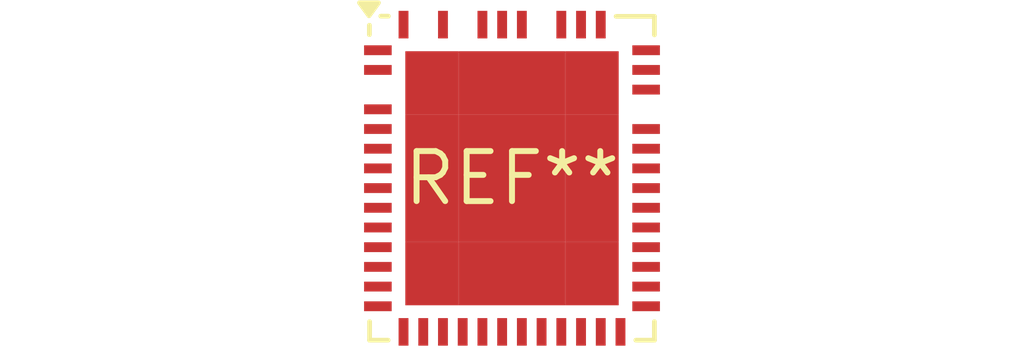
<source format=kicad_pcb>
(kicad_pcb (version 20240108) (generator pcbnew)
  (layers (0 "F.Cu" signal) (31 "B.Cu" signal) (34 "B.Paste" user) (35 "F.Paste" user) (36 "B.SilkS" user "B.Silkscreen") (37 "F.SilkS" user "F.Silkscreen") (38 "B.Mask" user) (39 "F.Mask" user) (44 "Edge.Cuts" user))
  (net 0 "")
  (footprint "Linear_UGK52_QFN-46-52" (layer "F.Cu") (at 0 0)
    (property "Reference" "REF**")
    (property "Value" "Linear_UGK52_QFN-46-52")
    (fp_line (start -3.615 -3.885) (end -3.615 -3.645) (layer "F.SilkS") (stroke (width 0.12)))
    (fp_line (start -3.61 4.11) (end -3.61 3.64) (layer "F.SilkS") (stroke (width 0.12)))
    (fp_line (start -3.61 4.11) (end -3.14 4.11) (layer "F.SilkS") (stroke (width 0.12)))
    (fp_line (start -3.135 -4.115) (end -3.325 -4.115) (layer "F.SilkS") (stroke (width 0.12)))
    (fp_line (start 3.61 -4.11) (end 2.64 -4.11) (layer "F.SilkS") (stroke (width 0.12)))
    (fp_line (start 3.61 -4.11) (end 3.61 -3.64) (layer "F.SilkS") (stroke (width 0.12)))
    (fp_line (start 3.61 4.11) (end 3.14 4.11) (layer "F.SilkS") (stroke (width 0.12)))
    (fp_line (start 3.61 4.11) (end 3.61 3.64) (layer "F.SilkS") (stroke (width 0.12)))
    (fp_poly (pts (xy -3.625 -4.125) (xy -3.865 -4.455) (xy -3.385 -4.455) (xy -3.625 -4.125)) (layer "F.SilkS") (stroke (width 0.12)) (fill solid))
    (pad "1" smd rect (at -3.4 -3.25) (size 0.7 0.25) (layers "F.Cu" "F.Paste" "F.Mask"))
    (pad "2" smd rect (at -3.4 -2.75) (size 0.7 0.25) (layers "F.Cu" "F.Paste" "F.Mask"))
    (pad "4" smd rect (at -3.4 -1.75) (size 0.7 0.25) (layers "F.Cu" "F.Paste" "F.Mask"))
    (pad "5" smd rect (at -3.4 -1.25) (size 0.7 0.25) (layers "F.Cu" "F.Paste" "F.Mask"))
    (pad "6" smd rect (at -3.4 -0.75) (size 0.7 0.25) (layers "F.Cu" "F.Paste" "F.Mask"))
    (pad "7" smd rect (at -3.4 -0.25) (size 0.7 0.25) (layers "F.Cu" "F.Paste" "F.Mask"))
    (pad "8" smd rect (at -3.4 0.25) (size 0.7 0.25) (layers "F.Cu" "F.Paste" "F.Mask"))
    (pad "9" smd rect (at -3.4 0.75) (size 0.7 0.25) (layers "F.Cu" "F.Paste" "F.Mask"))
    (pad "10" smd rect (at -3.4 1.25) (size 0.7 0.25) (layers "F.Cu" "F.Paste" "F.Mask"))
    (pad "11" smd rect (at -3.4 1.75) (size 0.7 0.25) (layers "F.Cu" "F.Paste" "F.Mask"))
    (pad "12" smd rect (at -3.4 2.25) (size 0.7 0.25) (layers "F.Cu" "F.Paste" "F.Mask"))
    (pad "13" smd rect (at -3.4 2.75) (size 0.7 0.25) (layers "F.Cu" "F.Paste" "F.Mask"))
    (pad "14" smd rect (at -3.4 3.25) (size 0.7 0.25) (layers "F.Cu" "F.Paste" "F.Mask"))
    (pad "15" smd rect (at -2.75 3.9 90) (size 0.7 0.25) (layers "F.Cu" "F.Paste" "F.Mask"))
    (pad "16" smd rect (at -2.25 3.9 90) (size 0.7 0.25) (layers "F.Cu" "F.Paste" "F.Mask"))
    (pad "17" smd rect (at -1.75 3.9 90) (size 0.7 0.25) (layers "F.Cu" "F.Paste" "F.Mask"))
    (pad "18" smd rect (at -1.25 3.9 90) (size 0.7 0.25) (layers "F.Cu" "F.Paste" "F.Mask"))
    (pad "19" smd rect (at -0.75 3.9 90) (size 0.7 0.25) (layers "F.Cu" "F.Paste" "F.Mask"))
    (pad "20" smd rect (at -0.25 3.9 90) (size 0.7 0.25) (layers "F.Cu" "F.Paste" "F.Mask"))
    (pad "21" smd rect (at 0.25 3.9 90) (size 0.7 0.25) (layers "F.Cu" "F.Paste" "F.Mask"))
    (pad "22" smd rect (at 0.75 3.9 90) (size 0.7 0.25) (layers "F.Cu" "F.Paste" "F.Mask"))
    (pad "23" smd rect (at 1.25 3.9 90) (size 0.7 0.25) (layers "F.Cu" "F.Paste" "F.Mask"))
    (pad "24" smd rect (at 1.75 3.9 90) (size 0.7 0.25) (layers "F.Cu" "F.Paste" "F.Mask"))
    (pad "25" smd rect (at 2.25 3.9 90) (size 0.7 0.25) (layers "F.Cu" "F.Paste" "F.Mask"))
    (pad "26" smd rect (at 2.75 3.9 90) (size 0.7 0.25) (layers "F.Cu" "F.Paste" "F.Mask"))
    (pad "27" smd rect (at 3.4 3.25) (size 0.7 0.25) (layers "F.Cu" "F.Paste" "F.Mask"))
    (pad "28" smd rect (at 3.4 2.75) (size 0.7 0.25) (layers "F.Cu" "F.Paste" "F.Mask"))
    (pad "29" smd rect (at 3.4 2.25) (size 0.7 0.25) (layers "F.Cu" "F.Paste" "F.Mask"))
    (pad "30" smd rect (at 3.4 1.75) (size 0.7 0.25) (layers "F.Cu" "F.Paste" "F.Mask"))
    (pad "31" smd rect (at 3.4 1.25) (size 0.7 0.25) (layers "F.Cu" "F.Paste" "F.Mask"))
    (pad "32" smd rect (at 3.4 0.75) (size 0.7 0.25) (layers "F.Cu" "F.Paste" "F.Mask"))
    (pad "33" smd rect (at 3.4 0.25) (size 0.7 0.25) (layers "F.Cu" "F.Paste" "F.Mask"))
    (pad "34" smd rect (at 3.4 -0.25) (size 0.7 0.25) (layers "F.Cu" "F.Paste" "F.Mask"))
    (pad "35" smd rect (at 3.4 -0.75) (size 0.7 0.25) (layers "F.Cu" "F.Paste" "F.Mask"))
    (pad "36" smd rect (at 3.4 -1.25) (size 0.7 0.25) (layers "F.Cu" "F.Paste" "F.Mask"))
    (pad "38" smd rect (at 3.4 -2.25) (size 0.7 0.25) (layers "F.Cu" "F.Paste" "F.Mask"))
    (pad "39" smd rect (at 3.4 -2.75) (size 0.7 0.25) (layers "F.Cu" "F.Paste" "F.Mask"))
    (pad "40" smd rect (at 3.4 -3.25) (size 0.7 0.25) (layers "F.Cu" "F.Paste" "F.Mask"))
    (pad "42" smd rect (at 2.25 -3.9 90) (size 0.7 0.25) (layers "F.Cu" "F.Paste" "F.Mask"))
    (pad "43" smd rect (at 1.75 -3.9 90) (size 0.7 0.25) (layers "F.Cu" "F.Paste" "F.Mask"))
    (pad "44" smd rect (at 1.25 -3.9 90) (size 0.7 0.25) (layers "F.Cu" "F.Paste" "F.Mask"))
    (pad "46" smd rect (at 0.25 -3.9 90) (size 0.7 0.25) (layers "F.Cu" "F.Paste" "F.Mask"))
    (pad "47" smd rect (at -0.25 -3.9 90) (size 0.7 0.25) (layers "F.Cu" "F.Paste" "F.Mask"))
    (pad "48" smd rect (at -0.75 -3.9 90) (size 0.7 0.25) (layers "F.Cu" "F.Paste" "F.Mask"))
    (pad "50" smd rect (at -1.75 -3.9 90) (size 0.7 0.25) (layers "F.Cu" "F.Paste" "F.Mask"))
    (pad "52" smd rect (at -2.75 -3.9 90) (size 0.7 0.25) (layers "F.Cu" "F.Paste" "F.Mask"))
    (pad "53" smd rect (at -2.02875 -2.41875) (size 1.3525 1.6125) (layers "F.Cu" "F.Paste" "F.Mask"))
    (pad "53" smd rect (at -2.02875 -0.80625) (size 1.3525 1.6125) (layers "F.Cu" "F.Paste" "F.Mask"))
    (pad "53" smd rect (at -2.02875 0.80625) (size 1.3525 1.6125) (layers "F.Cu" "F.Paste" "F.Mask"))
    (pad "53" smd rect (at -2.02875 2.41875) (size 1.3525 1.6125) (layers "F.Cu" "F.Paste" "F.Mask"))
    (pad "53" smd rect (at -0.67625 -2.41875) (size 1.3525 1.6125) (layers "F.Cu" "F.Paste" "F.Mask"))
    (pad "53" smd rect (at -0.67625 -0.80625) (size 1.3525 1.6125) (layers "F.Cu" "F.Paste" "F.Mask"))
    (pad "53" smd rect (at -0.67625 0.80625) (size 1.3525 1.6125) (layers "F.Cu" "F.Paste" "F.Mask"))
    (pad "53" smd rect (at -0.67625 2.41875) (size 1.3525 1.6125) (layers "F.Cu" "F.Paste" "F.Mask"))
    (pad "53" smd rect (at 0.67625 -2.41875) (size 1.3525 1.6125) (layers "F.Cu" "F.Paste" "F.Mask"))
    (pad "53" smd rect (at 0.67625 -0.80625) (size 1.3525 1.6125) (layers "F.Cu" "F.Paste" "F.Mask"))
    (pad "53" smd rect (at 0.67625 0.80625) (size 1.3525 1.6125) (layers "F.Cu" "F.Paste" "F.Mask"))
    (pad "53" smd rect (at 0.67625 2.41875) (size 1.3525 1.6125) (layers "F.Cu" "F.Paste" "F.Mask"))
    (pad "53" smd rect (at 2.02875 -2.41875) (size 1.3525 1.6125) (layers "F.Cu" "F.Paste" "F.Mask"))
    (pad "53" smd rect (at 2.02875 -0.80625) (size 1.3525 1.6125) (layers "F.Cu" "F.Paste" "F.Mask"))
    (pad "53" smd rect (at 2.02875 0.80625) (size 1.3525 1.6125) (layers "F.Cu" "F.Paste" "F.Mask"))
    (pad "53" smd rect (at 2.02875 2.41875) (size 1.3525 1.6125) (layers "F.Cu" "F.Paste" "F.Mask"))
  )
)
</source>
